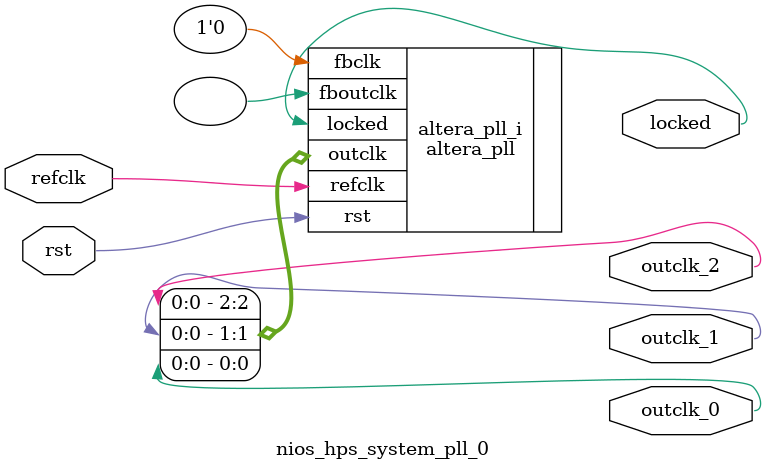
<source format=v>
`timescale 1ns/10ps
module  nios_hps_system_pll_0(

	// interface 'refclk'
	input wire refclk,

	// interface 'reset'
	input wire rst,

	// interface 'outclk0'
	output wire outclk_0,

	// interface 'outclk1'
	output wire outclk_1,

	// interface 'outclk2'
	output wire outclk_2,

	// interface 'locked'
	output wire locked
);

	altera_pll #(
		.fractional_vco_multiplier("false"),
		.reference_clock_frequency("50.0 MHz"),
		.operation_mode("direct"),
		.number_of_clocks(3),
		.output_clock_frequency0("50.000000 MHz"),
		.phase_shift0("0 ps"),
		.duty_cycle0(50),
		.output_clock_frequency1("100.000000 MHz"),
		.phase_shift1("0 ps"),
		.duty_cycle1(50),
		.output_clock_frequency2("100.000000 MHz"),
		.phase_shift2("-3750 ps"),
		.duty_cycle2(50),
		.output_clock_frequency3("0 MHz"),
		.phase_shift3("0 ps"),
		.duty_cycle3(50),
		.output_clock_frequency4("0 MHz"),
		.phase_shift4("0 ps"),
		.duty_cycle4(50),
		.output_clock_frequency5("0 MHz"),
		.phase_shift5("0 ps"),
		.duty_cycle5(50),
		.output_clock_frequency6("0 MHz"),
		.phase_shift6("0 ps"),
		.duty_cycle6(50),
		.output_clock_frequency7("0 MHz"),
		.phase_shift7("0 ps"),
		.duty_cycle7(50),
		.output_clock_frequency8("0 MHz"),
		.phase_shift8("0 ps"),
		.duty_cycle8(50),
		.output_clock_frequency9("0 MHz"),
		.phase_shift9("0 ps"),
		.duty_cycle9(50),
		.output_clock_frequency10("0 MHz"),
		.phase_shift10("0 ps"),
		.duty_cycle10(50),
		.output_clock_frequency11("0 MHz"),
		.phase_shift11("0 ps"),
		.duty_cycle11(50),
		.output_clock_frequency12("0 MHz"),
		.phase_shift12("0 ps"),
		.duty_cycle12(50),
		.output_clock_frequency13("0 MHz"),
		.phase_shift13("0 ps"),
		.duty_cycle13(50),
		.output_clock_frequency14("0 MHz"),
		.phase_shift14("0 ps"),
		.duty_cycle14(50),
		.output_clock_frequency15("0 MHz"),
		.phase_shift15("0 ps"),
		.duty_cycle15(50),
		.output_clock_frequency16("0 MHz"),
		.phase_shift16("0 ps"),
		.duty_cycle16(50),
		.output_clock_frequency17("0 MHz"),
		.phase_shift17("0 ps"),
		.duty_cycle17(50),
		.pll_type("General"),
		.pll_subtype("General")
	) altera_pll_i (
		.rst	(rst),
		.outclk	({outclk_2, outclk_1, outclk_0}),
		.locked	(locked),
		.fboutclk	( ),
		.fbclk	(1'b0),
		.refclk	(refclk)
	);
endmodule


</source>
